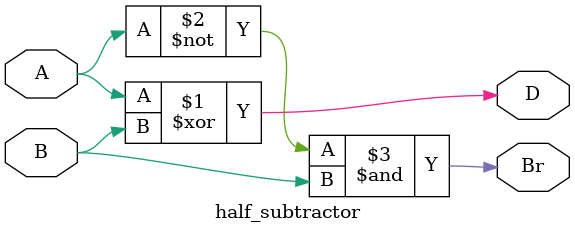
<source format=sv>
`timescale 1ns / 1ps
module half_subtractor(
  input wire A,B,
  output wire D,Br);
  
  assign D  = A ^ B;    
  assign Br = (~A) & B;
endmodule

</source>
